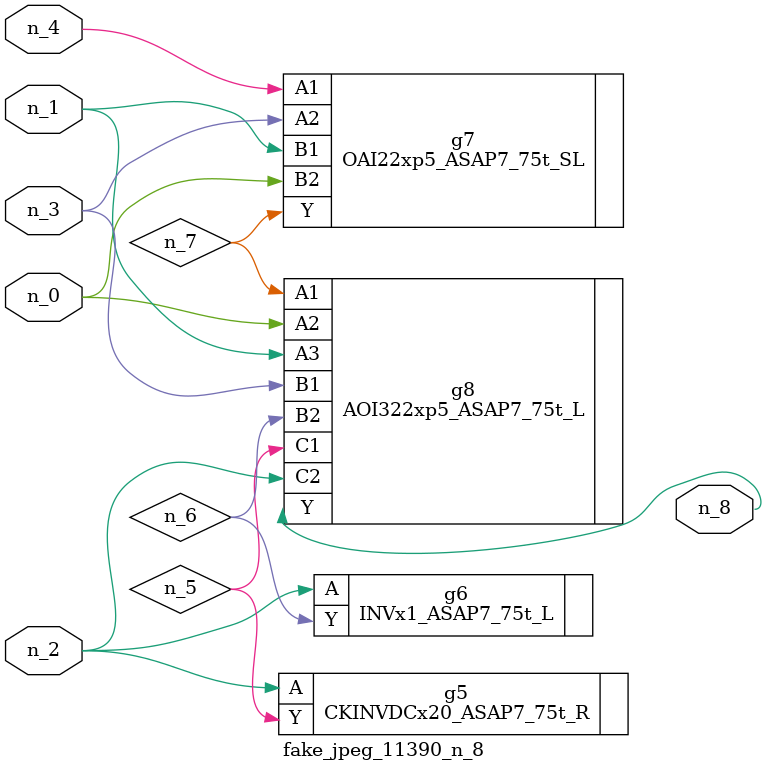
<source format=v>
module fake_jpeg_11390_n_8 (n_3, n_2, n_1, n_0, n_4, n_8);

input n_3;
input n_2;
input n_1;
input n_0;
input n_4;

output n_8;

wire n_6;
wire n_5;
wire n_7;

CKINVDCx20_ASAP7_75t_R g5 ( 
.A(n_2),
.Y(n_5)
);

INVx1_ASAP7_75t_L g6 ( 
.A(n_2),
.Y(n_6)
);

OAI22xp5_ASAP7_75t_SL g7 ( 
.A1(n_4),
.A2(n_3),
.B1(n_1),
.B2(n_0),
.Y(n_7)
);

AOI322xp5_ASAP7_75t_L g8 ( 
.A1(n_7),
.A2(n_0),
.A3(n_1),
.B1(n_3),
.B2(n_6),
.C1(n_5),
.C2(n_2),
.Y(n_8)
);


endmodule
</source>
